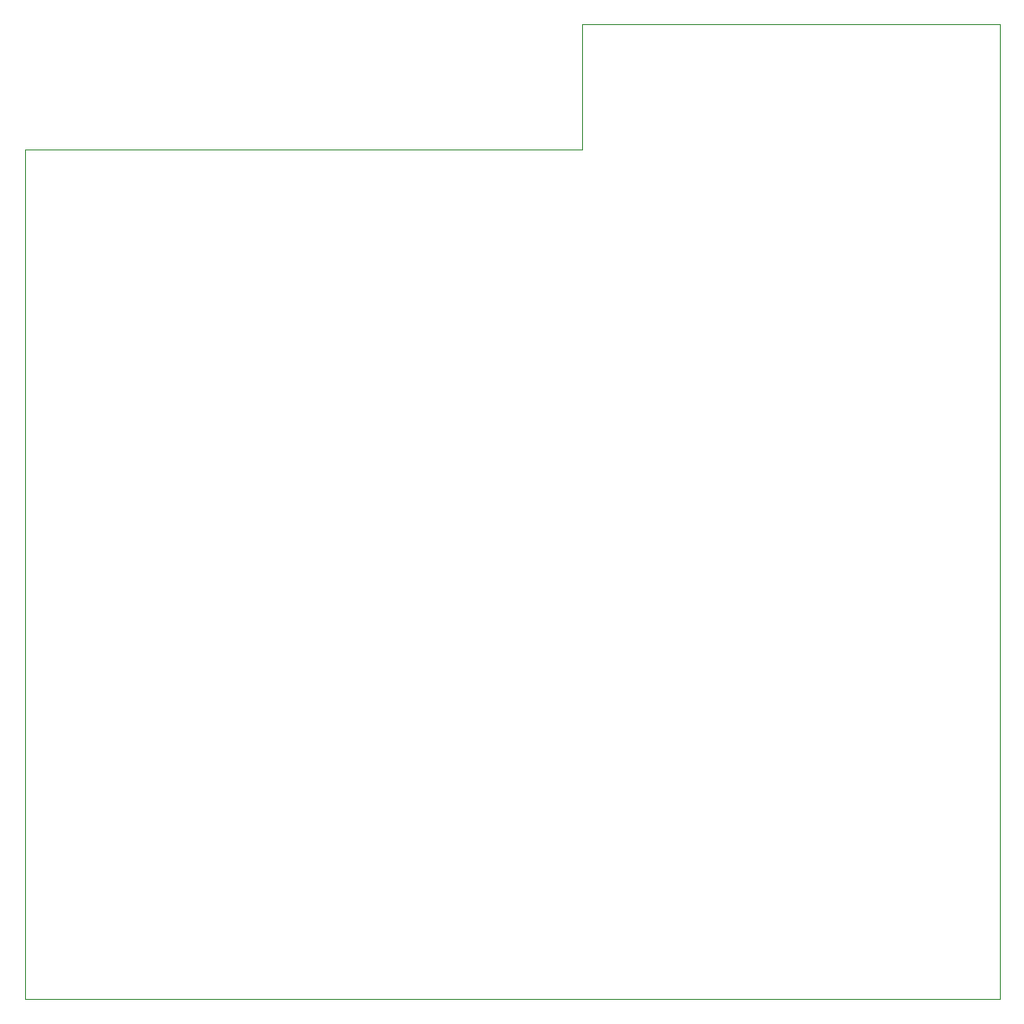
<source format=gbr>
%TF.GenerationSoftware,KiCad,Pcbnew,(5.1.2-1)-1*%
%TF.CreationDate,2019-09-01T22:37:37-05:00*%
%TF.ProjectId,FrankyAlpha,4672616e-6b79-4416-9c70-68612e6b6963,rev?*%
%TF.SameCoordinates,Original*%
%TF.FileFunction,Legend,Bot*%
%TF.FilePolarity,Positive*%
%FSLAX46Y46*%
G04 Gerber Fmt 4.6, Leading zero omitted, Abs format (unit mm)*
G04 Created by KiCad (PCBNEW (5.1.2-1)-1) date 2019-09-01 22:37:37*
%MOMM*%
%LPD*%
G04 APERTURE LIST*
%ADD10C,0.050000*%
%ADD11C,0.100000*%
G04 APERTURE END LIST*
D10*
X50800000Y0D02*
X88900000Y0D01*
X88900000Y-88900000D02*
X88900000Y0D01*
X0Y-88900000D02*
X88900000Y-88900000D01*
X0Y-11430000D02*
X0Y-88900000D01*
D11*
X50800000Y-11430000D02*
X0Y-11430000D01*
X50800000Y0D02*
X50800000Y-11430000D01*
M02*

</source>
